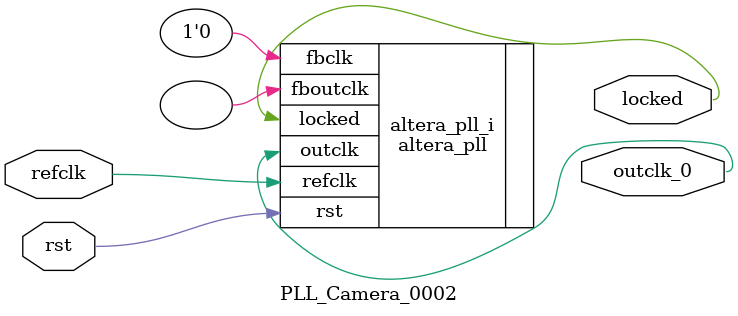
<source format=v>
`timescale 1ns/10ps
module  PLL_Camera_0002(

	// interface 'refclk'
	input wire refclk,

	// interface 'reset'
	input wire rst,

	// interface 'outclk0'
	output wire outclk_0,

	// interface 'locked'
	output wire locked
);

	altera_pll #(
		.fractional_vco_multiplier("false"),
		.reference_clock_frequency("50.0 MHz"),
		.operation_mode("source synchronous"),
		.number_of_clocks(1),
		.output_clock_frequency0("50.000000 MHz"),
		.phase_shift0("0 ps"),
		.duty_cycle0(50),
		.output_clock_frequency1("0 MHz"),
		.phase_shift1("0 ps"),
		.duty_cycle1(50),
		.output_clock_frequency2("0 MHz"),
		.phase_shift2("0 ps"),
		.duty_cycle2(50),
		.output_clock_frequency3("0 MHz"),
		.phase_shift3("0 ps"),
		.duty_cycle3(50),
		.output_clock_frequency4("0 MHz"),
		.phase_shift4("0 ps"),
		.duty_cycle4(50),
		.output_clock_frequency5("0 MHz"),
		.phase_shift5("0 ps"),
		.duty_cycle5(50),
		.output_clock_frequency6("0 MHz"),
		.phase_shift6("0 ps"),
		.duty_cycle6(50),
		.output_clock_frequency7("0 MHz"),
		.phase_shift7("0 ps"),
		.duty_cycle7(50),
		.output_clock_frequency8("0 MHz"),
		.phase_shift8("0 ps"),
		.duty_cycle8(50),
		.output_clock_frequency9("0 MHz"),
		.phase_shift9("0 ps"),
		.duty_cycle9(50),
		.output_clock_frequency10("0 MHz"),
		.phase_shift10("0 ps"),
		.duty_cycle10(50),
		.output_clock_frequency11("0 MHz"),
		.phase_shift11("0 ps"),
		.duty_cycle11(50),
		.output_clock_frequency12("0 MHz"),
		.phase_shift12("0 ps"),
		.duty_cycle12(50),
		.output_clock_frequency13("0 MHz"),
		.phase_shift13("0 ps"),
		.duty_cycle13(50),
		.output_clock_frequency14("0 MHz"),
		.phase_shift14("0 ps"),
		.duty_cycle14(50),
		.output_clock_frequency15("0 MHz"),
		.phase_shift15("0 ps"),
		.duty_cycle15(50),
		.output_clock_frequency16("0 MHz"),
		.phase_shift16("0 ps"),
		.duty_cycle16(50),
		.output_clock_frequency17("0 MHz"),
		.phase_shift17("0 ps"),
		.duty_cycle17(50),
		.pll_type("General"),
		.pll_subtype("General")
	) altera_pll_i (
		.rst	(rst),
		.outclk	({outclk_0}),
		.locked	(locked),
		.fboutclk	( ),
		.fbclk	(1'b0),
		.refclk	(refclk)
	);
endmodule


</source>
